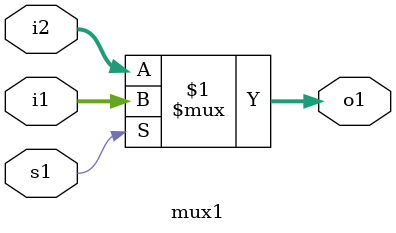
<source format=v>
`timescale 1ns / 1ps

module mux1(i1,i2,s1,o1);
input s1;
input [7:0]i1; // cünkü 8 bitlik deger veriyoruz soldan multiplexer'a
input [7:0]i2;
output [7:0]o1;
assign o1= s1 ? i1 : i2; // ayný imiþ hocaya göre o1 = (s1 & i1) | (~s1 & i2);
endmodule

</source>
